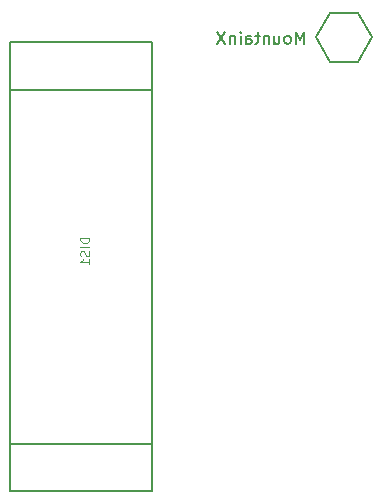
<source format=gbr>
G04 #@! TF.GenerationSoftware,KiCad,Pcbnew,(6.0.0-rc1-dev-1027-g90233e5ec)*
G04 #@! TF.CreationDate,2019-01-09T23:19:54+01:00*
G04 #@! TF.ProjectId,eBoard_remote_control,65426F6172645F72656D6F74655F636F,rev?*
G04 #@! TF.SameCoordinates,Original*
G04 #@! TF.FileFunction,Legend,Bot*
G04 #@! TF.FilePolarity,Positive*
%FSLAX46Y46*%
G04 Gerber Fmt 4.6, Leading zero omitted, Abs format (unit mm)*
G04 Created by KiCad (PCBNEW (6.0.0-rc1-dev-1027-g90233e5ec)) date 09.01.2019 23.19.54*
%MOMM*%
%LPD*%
G01*
G04 APERTURE LIST*
%ADD10C,0.150000*%
%ADD11C,0.200000*%
%ADD12C,0.152400*%
%ADD13C,0.060800*%
G04 APERTURE END LIST*
D10*
X202685518Y-83398620D02*
X202685518Y-82398620D01*
X202352184Y-83112906D01*
X202018851Y-82398620D01*
X202018851Y-83398620D01*
X201399803Y-83398620D02*
X201495041Y-83351001D01*
X201542660Y-83303382D01*
X201590280Y-83208144D01*
X201590280Y-82922430D01*
X201542660Y-82827192D01*
X201495041Y-82779573D01*
X201399803Y-82731954D01*
X201256946Y-82731954D01*
X201161708Y-82779573D01*
X201114089Y-82827192D01*
X201066470Y-82922430D01*
X201066470Y-83208144D01*
X201114089Y-83303382D01*
X201161708Y-83351001D01*
X201256946Y-83398620D01*
X201399803Y-83398620D01*
X200209327Y-82731954D02*
X200209327Y-83398620D01*
X200637899Y-82731954D02*
X200637899Y-83255763D01*
X200590280Y-83351001D01*
X200495041Y-83398620D01*
X200352184Y-83398620D01*
X200256946Y-83351001D01*
X200209327Y-83303382D01*
X199733137Y-82731954D02*
X199733137Y-83398620D01*
X199733137Y-82827192D02*
X199685518Y-82779573D01*
X199590280Y-82731954D01*
X199447422Y-82731954D01*
X199352184Y-82779573D01*
X199304565Y-82874811D01*
X199304565Y-83398620D01*
X198971232Y-82731954D02*
X198590280Y-82731954D01*
X198828375Y-82398620D02*
X198828375Y-83255763D01*
X198780756Y-83351001D01*
X198685518Y-83398620D01*
X198590280Y-83398620D01*
X197828375Y-83398620D02*
X197828375Y-82874811D01*
X197875994Y-82779573D01*
X197971232Y-82731954D01*
X198161708Y-82731954D01*
X198256946Y-82779573D01*
X197828375Y-83351001D02*
X197923613Y-83398620D01*
X198161708Y-83398620D01*
X198256946Y-83351001D01*
X198304565Y-83255763D01*
X198304565Y-83160525D01*
X198256946Y-83065287D01*
X198161708Y-83017668D01*
X197923613Y-83017668D01*
X197828375Y-82970049D01*
X197352184Y-83398620D02*
X197352184Y-82731954D01*
X197352184Y-82398620D02*
X197399803Y-82446240D01*
X197352184Y-82493859D01*
X197304565Y-82446240D01*
X197352184Y-82398620D01*
X197352184Y-82493859D01*
X196875994Y-82731954D02*
X196875994Y-83398620D01*
X196875994Y-82827192D02*
X196828375Y-82779573D01*
X196733137Y-82731954D01*
X196590280Y-82731954D01*
X196495041Y-82779573D01*
X196447422Y-82874811D01*
X196447422Y-83398620D01*
X196066470Y-82398620D02*
X195399803Y-83398620D01*
X195399803Y-82398620D02*
X196066470Y-83398620D01*
D11*
X204912120Y-80794882D02*
X207316265Y-80794882D01*
X204912120Y-84958984D02*
X203710047Y-82876933D01*
X208518338Y-82876933D02*
X207316265Y-84958984D01*
X207316265Y-84958984D02*
X204912120Y-84958984D01*
X207316265Y-80794882D02*
X208518338Y-82876933D01*
X203710047Y-82876933D02*
X204912120Y-80794882D01*
D12*
G04 #@! TO.C,DIS1*
X189835040Y-87281320D02*
X177835040Y-87281320D01*
X189835040Y-117281320D02*
X177835040Y-117281320D01*
X189835040Y-117281320D02*
X189835040Y-121281320D01*
X189835040Y-87281320D02*
X189835040Y-117281320D01*
X189835040Y-83281320D02*
X189835040Y-87281320D01*
X177835040Y-83281320D02*
X189835040Y-83281320D01*
X177835040Y-87281320D02*
X177835040Y-83281320D01*
X177835040Y-117281320D02*
X177835040Y-87281320D01*
X177835040Y-121281320D02*
X177835040Y-117281320D01*
X189835040Y-121281320D02*
X177835040Y-121281320D01*
D13*
X184558849Y-99853228D02*
X183798849Y-99853228D01*
X183798849Y-100034180D01*
X183835040Y-100142752D01*
X183907420Y-100215133D01*
X183979801Y-100251323D01*
X184124563Y-100287514D01*
X184233135Y-100287514D01*
X184377897Y-100251323D01*
X184450278Y-100215133D01*
X184522659Y-100142752D01*
X184558849Y-100034180D01*
X184558849Y-99853228D01*
X184558849Y-100613228D02*
X183798849Y-100613228D01*
X184522659Y-100938942D02*
X184558849Y-101047514D01*
X184558849Y-101228466D01*
X184522659Y-101300847D01*
X184486468Y-101337038D01*
X184414087Y-101373228D01*
X184341706Y-101373228D01*
X184269325Y-101337038D01*
X184233135Y-101300847D01*
X184196944Y-101228466D01*
X184160754Y-101083704D01*
X184124563Y-101011323D01*
X184088373Y-100975133D01*
X184015992Y-100938942D01*
X183943611Y-100938942D01*
X183871230Y-100975133D01*
X183835040Y-101011323D01*
X183798849Y-101083704D01*
X183798849Y-101264657D01*
X183835040Y-101373228D01*
X184558849Y-102097038D02*
X184558849Y-101662752D01*
X184558849Y-101879895D02*
X183798849Y-101879895D01*
X183907420Y-101807514D01*
X183979801Y-101735133D01*
X184015992Y-101662752D01*
G04 #@! TD*
M02*

</source>
